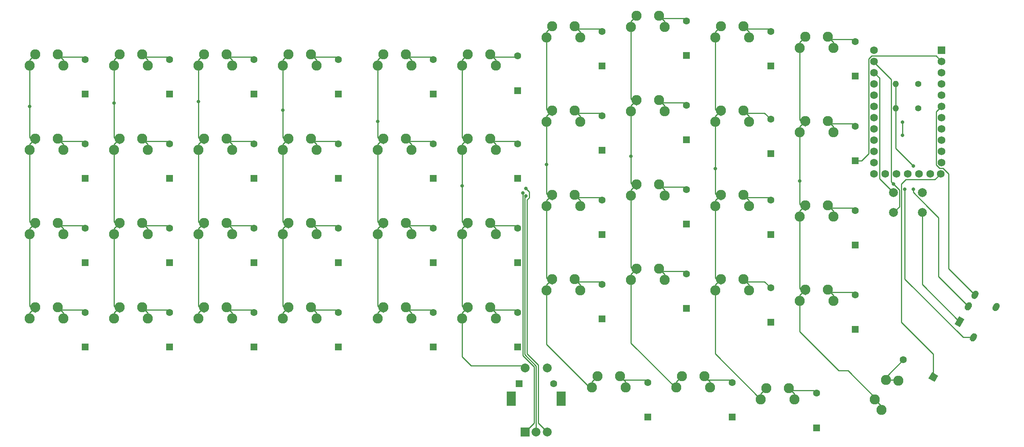
<source format=gbr>
%TF.GenerationSoftware,KiCad,Pcbnew,(5.1.9-0-10_14)*%
%TF.CreationDate,2021-04-25T18:41:16-05:00*%
%TF.ProjectId,wren-numpad,7772656e-2d6e-4756-9d70-61642e6b6963,rev?*%
%TF.SameCoordinates,Original*%
%TF.FileFunction,Copper,L1,Top*%
%TF.FilePolarity,Positive*%
%FSLAX46Y46*%
G04 Gerber Fmt 4.6, Leading zero omitted, Abs format (unit mm)*
G04 Created by KiCad (PCBNEW (5.1.9-0-10_14)) date 2021-04-25 18:41:16*
%MOMM*%
%LPD*%
G01*
G04 APERTURE LIST*
%TA.AperFunction,ComponentPad*%
%ADD10C,2.286000*%
%TD*%
%TA.AperFunction,ComponentPad*%
%ADD11C,1.752600*%
%TD*%
%TA.AperFunction,ComponentPad*%
%ADD12R,1.752600X1.752600*%
%TD*%
%TA.AperFunction,ComponentPad*%
%ADD13C,1.600000*%
%TD*%
%TA.AperFunction,ComponentPad*%
%ADD14R,1.600000X1.600000*%
%TD*%
%TA.AperFunction,ComponentPad*%
%ADD15O,1.400000X1.400000*%
%TD*%
%TA.AperFunction,ComponentPad*%
%ADD16C,1.400000*%
%TD*%
%TA.AperFunction,ComponentPad*%
%ADD17C,0.100000*%
%TD*%
%TA.AperFunction,ComponentPad*%
%ADD18C,2.000000*%
%TD*%
%TA.AperFunction,ComponentPad*%
%ADD19R,2.000000X3.200000*%
%TD*%
%TA.AperFunction,ComponentPad*%
%ADD20R,2.000000X2.000000*%
%TD*%
%TA.AperFunction,ViaPad*%
%ADD21C,0.800000*%
%TD*%
%TA.AperFunction,Conductor*%
%ADD22C,0.250000*%
%TD*%
G04 APERTURE END LIST*
D10*
%TO.P,MX21,1*%
%TO.N,COL0*%
X216852500Y-68103750D03*
%TO.P,MX21,2*%
%TO.N,Net-(D21-Pad2)*%
X223202500Y-65563750D03*
%TO.P,MX21,1*%
%TO.N,COL0*%
X218122500Y-65563750D03*
%TO.P,MX21,2*%
%TO.N,Net-(D21-Pad2)*%
X224472500Y-68103750D03*
%TD*%
%TO.P,MX41,1*%
%TO.N,COL0*%
X235379295Y-111789307D03*
%TO.P,MX41,2*%
%TO.N,Net-(D41-Pad2)*%
X236354591Y-105020045D03*
%TO.P,MX41,1*%
%TO.N,COL0*%
X233814591Y-109419455D03*
%TO.P,MX41,2*%
%TO.N,Net-(D41-Pad2)*%
X239189295Y-105190193D03*
%TD*%
%TO.P,MX10,1*%
%TO.N,COL9*%
X43021250Y-33972500D03*
%TO.P,MX10,2*%
%TO.N,Net-(D10-Pad2)*%
X49371250Y-31432500D03*
%TO.P,MX10,1*%
%TO.N,COL9*%
X44291250Y-31432500D03*
%TO.P,MX10,2*%
%TO.N,Net-(D10-Pad2)*%
X50641250Y-33972500D03*
%TD*%
%TO.P,MX15,1*%
%TO.N,COL4*%
X140652500Y-53022500D03*
%TO.P,MX15,2*%
%TO.N,Net-(D15-Pad2)*%
X147002500Y-50482500D03*
%TO.P,MX15,1*%
%TO.N,COL4*%
X141922500Y-50482500D03*
%TO.P,MX15,2*%
%TO.N,Net-(D15-Pad2)*%
X148272500Y-53022500D03*
%TD*%
%TO.P,MX44,1*%
%TO.N,COL3*%
X170015000Y-106711750D03*
%TO.P,MX44,2*%
%TO.N,Net-(D44-Pad2)*%
X176365000Y-104171750D03*
%TO.P,MX44,1*%
%TO.N,COL3*%
X171285000Y-104171750D03*
%TO.P,MX44,2*%
%TO.N,Net-(D44-Pad2)*%
X177635000Y-106711750D03*
%TD*%
%TO.P,MX43,1*%
%TO.N,COL2*%
X189065000Y-106711750D03*
%TO.P,MX43,2*%
%TO.N,Net-(D43-Pad2)*%
X195415000Y-104171750D03*
%TO.P,MX43,1*%
%TO.N,COL2*%
X190335000Y-104171750D03*
%TO.P,MX43,2*%
%TO.N,Net-(D43-Pad2)*%
X196685000Y-106711750D03*
%TD*%
%TO.P,MX42,1*%
%TO.N,COL1*%
X208115000Y-109378750D03*
%TO.P,MX42,2*%
%TO.N,Net-(D42-Pad2)*%
X214465000Y-106838750D03*
%TO.P,MX42,1*%
%TO.N,COL1*%
X209385000Y-106838750D03*
%TO.P,MX42,2*%
%TO.N,Net-(D42-Pad2)*%
X215735000Y-109378750D03*
%TD*%
%TO.P,MX40,1*%
%TO.N,COL9*%
X43021250Y-91122500D03*
%TO.P,MX40,2*%
%TO.N,Net-(D40-Pad2)*%
X49371250Y-88582500D03*
%TO.P,MX40,1*%
%TO.N,COL9*%
X44291250Y-88582500D03*
%TO.P,MX40,2*%
%TO.N,Net-(D40-Pad2)*%
X50641250Y-91122500D03*
%TD*%
%TO.P,MX39,1*%
%TO.N,COL8*%
X62071250Y-91122500D03*
%TO.P,MX39,2*%
%TO.N,Net-(D39-Pad2)*%
X68421250Y-88582500D03*
%TO.P,MX39,1*%
%TO.N,COL8*%
X63341250Y-88582500D03*
%TO.P,MX39,2*%
%TO.N,Net-(D39-Pad2)*%
X69691250Y-91122500D03*
%TD*%
%TO.P,MX38,1*%
%TO.N,COL7*%
X81121250Y-91122500D03*
%TO.P,MX38,2*%
%TO.N,Net-(D38-Pad2)*%
X87471250Y-88582500D03*
%TO.P,MX38,1*%
%TO.N,COL7*%
X82391250Y-88582500D03*
%TO.P,MX38,2*%
%TO.N,Net-(D38-Pad2)*%
X88741250Y-91122500D03*
%TD*%
%TO.P,MX37,1*%
%TO.N,COL6*%
X100171250Y-91122500D03*
%TO.P,MX37,2*%
%TO.N,Net-(D37-Pad2)*%
X106521250Y-88582500D03*
%TO.P,MX37,1*%
%TO.N,COL6*%
X101441250Y-88582500D03*
%TO.P,MX37,2*%
%TO.N,Net-(D37-Pad2)*%
X107791250Y-91122500D03*
%TD*%
%TO.P,MX36,1*%
%TO.N,COL5*%
X121602500Y-91122500D03*
%TO.P,MX36,2*%
%TO.N,Net-(D36-Pad2)*%
X127952500Y-88582500D03*
%TO.P,MX36,1*%
%TO.N,COL5*%
X122872500Y-88582500D03*
%TO.P,MX36,2*%
%TO.N,Net-(D36-Pad2)*%
X129222500Y-91122500D03*
%TD*%
%TO.P,MX35,1*%
%TO.N,COL4*%
X140652500Y-91122500D03*
%TO.P,MX35,2*%
%TO.N,Net-(D35-Pad2)*%
X147002500Y-88582500D03*
%TO.P,MX35,1*%
%TO.N,COL4*%
X141922500Y-88582500D03*
%TO.P,MX35,2*%
%TO.N,Net-(D35-Pad2)*%
X148272500Y-91122500D03*
%TD*%
%TO.P,MX34,1*%
%TO.N,COL3*%
X159702500Y-84772500D03*
%TO.P,MX34,2*%
%TO.N,Net-(D34-Pad2)*%
X166052500Y-82232500D03*
%TO.P,MX34,1*%
%TO.N,COL3*%
X160972500Y-82232500D03*
%TO.P,MX34,2*%
%TO.N,Net-(D34-Pad2)*%
X167322500Y-84772500D03*
%TD*%
%TO.P,MX33,1*%
%TO.N,COL2*%
X178752500Y-82391250D03*
%TO.P,MX33,2*%
%TO.N,Net-(D33-Pad2)*%
X185102500Y-79851250D03*
%TO.P,MX33,1*%
%TO.N,COL2*%
X180022500Y-79851250D03*
%TO.P,MX33,2*%
%TO.N,Net-(D33-Pad2)*%
X186372500Y-82391250D03*
%TD*%
%TO.P,MX32,1*%
%TO.N,COL1*%
X197802500Y-84772500D03*
%TO.P,MX32,2*%
%TO.N,Net-(D32-Pad2)*%
X204152500Y-82232500D03*
%TO.P,MX32,1*%
%TO.N,COL1*%
X199072500Y-82232500D03*
%TO.P,MX32,2*%
%TO.N,Net-(D32-Pad2)*%
X205422500Y-84772500D03*
%TD*%
%TO.P,MX31,1*%
%TO.N,COL0*%
X216852500Y-87153750D03*
%TO.P,MX31,2*%
%TO.N,Net-(D31-Pad2)*%
X223202500Y-84613750D03*
%TO.P,MX31,1*%
%TO.N,COL0*%
X218122500Y-84613750D03*
%TO.P,MX31,2*%
%TO.N,Net-(D31-Pad2)*%
X224472500Y-87153750D03*
%TD*%
%TO.P,MX30,1*%
%TO.N,COL9*%
X43021250Y-72072500D03*
%TO.P,MX30,2*%
%TO.N,Net-(D30-Pad2)*%
X49371250Y-69532500D03*
%TO.P,MX30,1*%
%TO.N,COL9*%
X44291250Y-69532500D03*
%TO.P,MX30,2*%
%TO.N,Net-(D30-Pad2)*%
X50641250Y-72072500D03*
%TD*%
%TO.P,MX29,1*%
%TO.N,COL8*%
X62071250Y-72072500D03*
%TO.P,MX29,2*%
%TO.N,Net-(D29-Pad2)*%
X68421250Y-69532500D03*
%TO.P,MX29,1*%
%TO.N,COL8*%
X63341250Y-69532500D03*
%TO.P,MX29,2*%
%TO.N,Net-(D29-Pad2)*%
X69691250Y-72072500D03*
%TD*%
%TO.P,MX28,1*%
%TO.N,COL7*%
X81121250Y-72072500D03*
%TO.P,MX28,2*%
%TO.N,Net-(D28-Pad2)*%
X87471250Y-69532500D03*
%TO.P,MX28,1*%
%TO.N,COL7*%
X82391250Y-69532500D03*
%TO.P,MX28,2*%
%TO.N,Net-(D28-Pad2)*%
X88741250Y-72072500D03*
%TD*%
%TO.P,MX27,1*%
%TO.N,COL6*%
X100171250Y-72072500D03*
%TO.P,MX27,2*%
%TO.N,Net-(D27-Pad2)*%
X106521250Y-69532500D03*
%TO.P,MX27,1*%
%TO.N,COL6*%
X101441250Y-69532500D03*
%TO.P,MX27,2*%
%TO.N,Net-(D27-Pad2)*%
X107791250Y-72072500D03*
%TD*%
%TO.P,MX26,1*%
%TO.N,COL5*%
X121602500Y-72072500D03*
%TO.P,MX26,2*%
%TO.N,Net-(D26-Pad2)*%
X127952500Y-69532500D03*
%TO.P,MX26,1*%
%TO.N,COL5*%
X122872500Y-69532500D03*
%TO.P,MX26,2*%
%TO.N,Net-(D26-Pad2)*%
X129222500Y-72072500D03*
%TD*%
%TO.P,MX25,1*%
%TO.N,COL4*%
X140652500Y-72072500D03*
%TO.P,MX25,2*%
%TO.N,Net-(D25-Pad2)*%
X147002500Y-69532500D03*
%TO.P,MX25,1*%
%TO.N,COL4*%
X141922500Y-69532500D03*
%TO.P,MX25,2*%
%TO.N,Net-(D25-Pad2)*%
X148272500Y-72072500D03*
%TD*%
%TO.P,MX24,1*%
%TO.N,COL3*%
X159702500Y-65722500D03*
%TO.P,MX24,2*%
%TO.N,Net-(D24-Pad2)*%
X166052500Y-63182500D03*
%TO.P,MX24,1*%
%TO.N,COL3*%
X160972500Y-63182500D03*
%TO.P,MX24,2*%
%TO.N,Net-(D24-Pad2)*%
X167322500Y-65722500D03*
%TD*%
%TO.P,MX23,1*%
%TO.N,COL2*%
X178752500Y-63341250D03*
%TO.P,MX23,2*%
%TO.N,Net-(D23-Pad2)*%
X185102500Y-60801250D03*
%TO.P,MX23,1*%
%TO.N,COL2*%
X180022500Y-60801250D03*
%TO.P,MX23,2*%
%TO.N,Net-(D23-Pad2)*%
X186372500Y-63341250D03*
%TD*%
%TO.P,MX22,1*%
%TO.N,COL1*%
X197802500Y-65722500D03*
%TO.P,MX22,2*%
%TO.N,Net-(D22-Pad2)*%
X204152500Y-63182500D03*
%TO.P,MX22,1*%
%TO.N,COL1*%
X199072500Y-63182500D03*
%TO.P,MX22,2*%
%TO.N,Net-(D22-Pad2)*%
X205422500Y-65722500D03*
%TD*%
%TO.P,MX20,1*%
%TO.N,COL9*%
X43021250Y-53022500D03*
%TO.P,MX20,2*%
%TO.N,Net-(D20-Pad2)*%
X49371250Y-50482500D03*
%TO.P,MX20,1*%
%TO.N,COL9*%
X44291250Y-50482500D03*
%TO.P,MX20,2*%
%TO.N,Net-(D20-Pad2)*%
X50641250Y-53022500D03*
%TD*%
%TO.P,MX19,1*%
%TO.N,COL8*%
X62071250Y-53022500D03*
%TO.P,MX19,2*%
%TO.N,Net-(D19-Pad2)*%
X68421250Y-50482500D03*
%TO.P,MX19,1*%
%TO.N,COL8*%
X63341250Y-50482500D03*
%TO.P,MX19,2*%
%TO.N,Net-(D19-Pad2)*%
X69691250Y-53022500D03*
%TD*%
%TO.P,MX18,1*%
%TO.N,COL7*%
X81121250Y-53022500D03*
%TO.P,MX18,2*%
%TO.N,Net-(D18-Pad2)*%
X87471250Y-50482500D03*
%TO.P,MX18,1*%
%TO.N,COL7*%
X82391250Y-50482500D03*
%TO.P,MX18,2*%
%TO.N,Net-(D18-Pad2)*%
X88741250Y-53022500D03*
%TD*%
%TO.P,MX17,1*%
%TO.N,COL6*%
X100171250Y-53022500D03*
%TO.P,MX17,2*%
%TO.N,Net-(D17-Pad2)*%
X106521250Y-50482500D03*
%TO.P,MX17,1*%
%TO.N,COL6*%
X101441250Y-50482500D03*
%TO.P,MX17,2*%
%TO.N,Net-(D17-Pad2)*%
X107791250Y-53022500D03*
%TD*%
%TO.P,MX16,1*%
%TO.N,COL5*%
X121602500Y-53022500D03*
%TO.P,MX16,2*%
%TO.N,Net-(D16-Pad2)*%
X127952500Y-50482500D03*
%TO.P,MX16,1*%
%TO.N,COL5*%
X122872500Y-50482500D03*
%TO.P,MX16,2*%
%TO.N,Net-(D16-Pad2)*%
X129222500Y-53022500D03*
%TD*%
%TO.P,MX14,1*%
%TO.N,COL3*%
X159702500Y-46672500D03*
%TO.P,MX14,2*%
%TO.N,Net-(D14-Pad2)*%
X166052500Y-44132500D03*
%TO.P,MX14,1*%
%TO.N,COL3*%
X160972500Y-44132500D03*
%TO.P,MX14,2*%
%TO.N,Net-(D14-Pad2)*%
X167322500Y-46672500D03*
%TD*%
%TO.P,MX13,1*%
%TO.N,COL2*%
X178752500Y-44291250D03*
%TO.P,MX13,2*%
%TO.N,Net-(D13-Pad2)*%
X185102500Y-41751250D03*
%TO.P,MX13,1*%
%TO.N,COL2*%
X180022500Y-41751250D03*
%TO.P,MX13,2*%
%TO.N,Net-(D13-Pad2)*%
X186372500Y-44291250D03*
%TD*%
%TO.P,MX12,1*%
%TO.N,COL1*%
X197802500Y-46672500D03*
%TO.P,MX12,2*%
%TO.N,Net-(D12-Pad2)*%
X204152500Y-44132500D03*
%TO.P,MX12,1*%
%TO.N,COL1*%
X199072500Y-44132500D03*
%TO.P,MX12,2*%
%TO.N,Net-(D12-Pad2)*%
X205422500Y-46672500D03*
%TD*%
%TO.P,MX11,1*%
%TO.N,COL0*%
X216852500Y-49053750D03*
%TO.P,MX11,2*%
%TO.N,Net-(D11-Pad2)*%
X223202500Y-46513750D03*
%TO.P,MX11,1*%
%TO.N,COL0*%
X218122500Y-46513750D03*
%TO.P,MX11,2*%
%TO.N,Net-(D11-Pad2)*%
X224472500Y-49053750D03*
%TD*%
%TO.P,MX9,1*%
%TO.N,COL8*%
X62071250Y-33972500D03*
%TO.P,MX9,2*%
%TO.N,Net-(D9-Pad2)*%
X68421250Y-31432500D03*
%TO.P,MX9,1*%
%TO.N,COL8*%
X63341250Y-31432500D03*
%TO.P,MX9,2*%
%TO.N,Net-(D9-Pad2)*%
X69691250Y-33972500D03*
%TD*%
%TO.P,MX8,1*%
%TO.N,COL7*%
X81121250Y-33972500D03*
%TO.P,MX8,2*%
%TO.N,Net-(D8-Pad2)*%
X87471250Y-31432500D03*
%TO.P,MX8,1*%
%TO.N,COL7*%
X82391250Y-31432500D03*
%TO.P,MX8,2*%
%TO.N,Net-(D8-Pad2)*%
X88741250Y-33972500D03*
%TD*%
%TO.P,MX7,1*%
%TO.N,COL6*%
X100171250Y-33972500D03*
%TO.P,MX7,2*%
%TO.N,Net-(D7-Pad2)*%
X106521250Y-31432500D03*
%TO.P,MX7,1*%
%TO.N,COL6*%
X101441250Y-31432500D03*
%TO.P,MX7,2*%
%TO.N,Net-(D7-Pad2)*%
X107791250Y-33972500D03*
%TD*%
%TO.P,MX6,1*%
%TO.N,COL5*%
X121602500Y-33972500D03*
%TO.P,MX6,2*%
%TO.N,Net-(D6-Pad2)*%
X127952500Y-31432500D03*
%TO.P,MX6,1*%
%TO.N,COL5*%
X122872500Y-31432500D03*
%TO.P,MX6,2*%
%TO.N,Net-(D6-Pad2)*%
X129222500Y-33972500D03*
%TD*%
%TO.P,MX5,1*%
%TO.N,COL4*%
X140652500Y-33972500D03*
%TO.P,MX5,2*%
%TO.N,Net-(D5-Pad2)*%
X147002500Y-31432500D03*
%TO.P,MX5,1*%
%TO.N,COL4*%
X141922500Y-31432500D03*
%TO.P,MX5,2*%
%TO.N,Net-(D5-Pad2)*%
X148272500Y-33972500D03*
%TD*%
%TO.P,MX4,1*%
%TO.N,COL3*%
X159702500Y-27622500D03*
%TO.P,MX4,2*%
%TO.N,Net-(D4-Pad2)*%
X166052500Y-25082500D03*
%TO.P,MX4,1*%
%TO.N,COL3*%
X160972500Y-25082500D03*
%TO.P,MX4,2*%
%TO.N,Net-(D4-Pad2)*%
X167322500Y-27622500D03*
%TD*%
%TO.P,MX3,1*%
%TO.N,COL2*%
X178752500Y-25241250D03*
%TO.P,MX3,2*%
%TO.N,Net-(D3-Pad2)*%
X185102500Y-22701250D03*
%TO.P,MX3,1*%
%TO.N,COL2*%
X180022500Y-22701250D03*
%TO.P,MX3,2*%
%TO.N,Net-(D3-Pad2)*%
X186372500Y-25241250D03*
%TD*%
%TO.P,MX2,1*%
%TO.N,COL1*%
X197802500Y-27622500D03*
%TO.P,MX2,2*%
%TO.N,Net-(D2-Pad2)*%
X204152500Y-25082500D03*
%TO.P,MX2,1*%
%TO.N,COL1*%
X199072500Y-25082500D03*
%TO.P,MX2,2*%
%TO.N,Net-(D2-Pad2)*%
X205422500Y-27622500D03*
%TD*%
%TO.P,MX1,1*%
%TO.N,COL0*%
X216852500Y-30003750D03*
%TO.P,MX1,2*%
%TO.N,Net-(D1-Pad2)*%
X223202500Y-27463750D03*
%TO.P,MX1,1*%
%TO.N,COL0*%
X218122500Y-27463750D03*
%TO.P,MX1,2*%
%TO.N,Net-(D1-Pad2)*%
X224472500Y-30003750D03*
%TD*%
D11*
%TO.P,U1,25*%
%TO.N,Net-(U1-Pad25)*%
X246380000Y-58420000D03*
%TO.P,U1,26*%
%TO.N,Net-(U1-Pad26)*%
X243840000Y-58420000D03*
%TO.P,U1,27*%
%TO.N,Net-(U1-Pad27)*%
X241300000Y-58420000D03*
%TO.P,U1,28*%
%TO.N,RIGHT*%
X238760000Y-58420000D03*
%TO.P,U1,29*%
%TO.N,LEFT*%
X236220000Y-58420000D03*
%TO.P,U1,24*%
%TO.N,Net-(U1-Pad24)*%
X233680000Y-30480000D03*
%TO.P,U1,12*%
%TO.N,ROW4*%
X248691400Y-58420000D03*
%TO.P,U1,23*%
%TO.N,GND*%
X233680000Y-33020000D03*
%TO.P,U1,22*%
%TO.N,Net-(SW0-Pad1)*%
X233680000Y-35560000D03*
%TO.P,U1,21*%
%TO.N,VCC*%
X233680000Y-38100000D03*
%TO.P,U1,20*%
%TO.N,COL7*%
X233680000Y-40640000D03*
%TO.P,U1,19*%
%TO.N,COL6*%
X233680000Y-43180000D03*
%TO.P,U1,18*%
%TO.N,COL5*%
X233680000Y-45720000D03*
%TO.P,U1,17*%
%TO.N,COL4*%
X233680000Y-48260000D03*
%TO.P,U1,16*%
%TO.N,COL3*%
X233680000Y-50800000D03*
%TO.P,U1,15*%
%TO.N,COL2*%
X233680000Y-53340000D03*
%TO.P,U1,14*%
%TO.N,COL1*%
X233680000Y-55880000D03*
%TO.P,U1,13*%
%TO.N,COL0*%
X233680000Y-58420000D03*
%TO.P,U1,11*%
%TO.N,Net-(U1-Pad11)*%
X248920000Y-55880000D03*
%TO.P,U1,10*%
%TO.N,COL9*%
X248920000Y-53340000D03*
%TO.P,U1,9*%
%TO.N,COL8*%
X248920000Y-50800000D03*
%TO.P,U1,8*%
%TO.N,ROW2*%
X248920000Y-48260000D03*
%TO.P,U1,7*%
%TO.N,ROW3*%
X248920000Y-45720000D03*
%TO.P,U1,6*%
%TO.N,SCL*%
X248920000Y-43180000D03*
%TO.P,U1,5*%
%TO.N,SDA*%
X248920000Y-40640000D03*
%TO.P,U1,4*%
%TO.N,Net-(U1-Pad4)*%
X248920000Y-38100000D03*
%TO.P,U1,3*%
%TO.N,Net-(U1-Pad3)*%
X248920000Y-35560000D03*
%TO.P,U1,2*%
%TO.N,ROW1*%
X248920000Y-33020000D03*
D12*
%TO.P,U1,1*%
%TO.N,ROW0*%
X248920000Y-30480000D03*
%TD*%
D13*
%TO.P,D43,2*%
%TO.N,Net-(D43-Pad2)*%
X201609500Y-105637500D03*
D14*
%TO.P,D43,1*%
%TO.N,ROW4*%
X201609500Y-113437500D03*
%TD*%
D15*
%TO.P,R2,2*%
%TO.N,VCC*%
X238585000Y-43656250D03*
D16*
%TO.P,R2,1*%
%TO.N,SCL*%
X243665000Y-43656250D03*
%TD*%
D15*
%TO.P,R1,2*%
%TO.N,VCC*%
X238585000Y-38100000D03*
D16*
%TO.P,R1,1*%
%TO.N,SDA*%
X243665000Y-38100000D03*
%TD*%
D13*
%TO.P,D45,2*%
%TO.N,ENC1-IN*%
X161342000Y-105822750D03*
D14*
%TO.P,D45,1*%
%TO.N,ROW4*%
X153542000Y-105822750D03*
%TD*%
D13*
%TO.P,D44,2*%
%TO.N,Net-(D44-Pad2)*%
X182562500Y-105637500D03*
D14*
%TO.P,D44,1*%
%TO.N,ROW4*%
X182562500Y-113437500D03*
%TD*%
D13*
%TO.P,D42,2*%
%TO.N,Net-(D42-Pad2)*%
X220653500Y-108018750D03*
D14*
%TO.P,D42,1*%
%TO.N,ROW4*%
X220653500Y-115818750D03*
%TD*%
D13*
%TO.P,D41,2*%
%TO.N,Net-(D41-Pad2)*%
X240290501Y-100443750D03*
%TA.AperFunction,ComponentPad*%
D17*
%TO.P,D41,1*%
%TO.N,ROW4*%
G36*
X248138319Y-104050930D02*
G01*
X247338319Y-105436570D01*
X245952679Y-104636570D01*
X246752679Y-103250930D01*
X248138319Y-104050930D01*
G37*
%TD.AperFunction*%
%TD*%
D13*
%TO.P,D40,2*%
%TO.N,Net-(D40-Pad2)*%
X55605500Y-89762500D03*
D14*
%TO.P,D40,1*%
%TO.N,ROW3*%
X55605500Y-97562500D03*
%TD*%
D13*
%TO.P,D39,2*%
%TO.N,Net-(D39-Pad2)*%
X74649500Y-89762500D03*
D14*
%TO.P,D39,1*%
%TO.N,ROW3*%
X74649500Y-97562500D03*
%TD*%
D13*
%TO.P,D38,2*%
%TO.N,Net-(D38-Pad2)*%
X93693500Y-89750000D03*
D14*
%TO.P,D38,1*%
%TO.N,ROW3*%
X93693500Y-97550000D03*
%TD*%
D13*
%TO.P,D37,2*%
%TO.N,Net-(D37-Pad2)*%
X112737500Y-89762500D03*
D14*
%TO.P,D37,1*%
%TO.N,ROW3*%
X112737500Y-97562500D03*
%TD*%
D13*
%TO.P,D36,2*%
%TO.N,Net-(D36-Pad2)*%
X134162000Y-89762500D03*
D14*
%TO.P,D36,1*%
%TO.N,ROW3*%
X134162000Y-97562500D03*
%TD*%
D13*
%TO.P,D35,2*%
%TO.N,Net-(D35-Pad2)*%
X153206000Y-89762500D03*
D14*
%TO.P,D35,1*%
%TO.N,ROW3*%
X153206000Y-97562500D03*
%TD*%
D13*
%TO.P,D34,2*%
%TO.N,Net-(D34-Pad2)*%
X172250000Y-83412500D03*
D14*
%TO.P,D34,1*%
%TO.N,ROW3*%
X172250000Y-91212500D03*
%TD*%
D13*
%TO.P,D33,2*%
%TO.N,Net-(D33-Pad2)*%
X191294000Y-81031250D03*
D14*
%TO.P,D33,1*%
%TO.N,ROW3*%
X191294000Y-88831250D03*
%TD*%
D13*
%TO.P,D32,2*%
%TO.N,Net-(D32-Pad2)*%
X210338000Y-84206250D03*
D14*
%TO.P,D32,1*%
%TO.N,ROW3*%
X210338000Y-92006250D03*
%TD*%
D13*
%TO.P,D31,2*%
%TO.N,Net-(D31-Pad2)*%
X229382000Y-85793750D03*
D14*
%TO.P,D31,1*%
%TO.N,ROW3*%
X229382000Y-93593750D03*
%TD*%
D13*
%TO.P,D30,2*%
%TO.N,Net-(D30-Pad2)*%
X55605500Y-70712500D03*
D14*
%TO.P,D30,1*%
%TO.N,ROW2*%
X55605500Y-78512500D03*
%TD*%
D13*
%TO.P,D29,2*%
%TO.N,Net-(D29-Pad2)*%
X74649500Y-70712500D03*
D14*
%TO.P,D29,1*%
%TO.N,ROW2*%
X74649500Y-78512500D03*
%TD*%
D13*
%TO.P,D28,2*%
%TO.N,Net-(D28-Pad2)*%
X93693500Y-70712500D03*
D14*
%TO.P,D28,1*%
%TO.N,ROW2*%
X93693500Y-78512500D03*
%TD*%
D13*
%TO.P,D27,2*%
%TO.N,Net-(D27-Pad2)*%
X112737500Y-70712500D03*
D14*
%TO.P,D27,1*%
%TO.N,ROW2*%
X112737500Y-78512500D03*
%TD*%
D13*
%TO.P,D26,2*%
%TO.N,Net-(D26-Pad2)*%
X134162000Y-70712500D03*
D14*
%TO.P,D26,1*%
%TO.N,ROW2*%
X134162000Y-78512500D03*
%TD*%
D13*
%TO.P,D25,2*%
%TO.N,Net-(D25-Pad2)*%
X153206000Y-70712500D03*
D14*
%TO.P,D25,1*%
%TO.N,ROW2*%
X153206000Y-78512500D03*
%TD*%
D13*
%TO.P,D24,2*%
%TO.N,Net-(D24-Pad2)*%
X172250000Y-64362500D03*
D14*
%TO.P,D24,1*%
%TO.N,ROW2*%
X172250000Y-72162500D03*
%TD*%
D13*
%TO.P,D23,2*%
%TO.N,Net-(D23-Pad2)*%
X191294000Y-61981250D03*
D14*
%TO.P,D23,1*%
%TO.N,ROW2*%
X191294000Y-69781250D03*
%TD*%
D13*
%TO.P,D22,2*%
%TO.N,Net-(D22-Pad2)*%
X210338000Y-64362500D03*
D14*
%TO.P,D22,1*%
%TO.N,ROW2*%
X210338000Y-72162500D03*
%TD*%
D13*
%TO.P,D21,2*%
%TO.N,Net-(D21-Pad2)*%
X229382000Y-66743750D03*
D14*
%TO.P,D21,1*%
%TO.N,ROW2*%
X229382000Y-74543750D03*
%TD*%
D13*
%TO.P,D20,2*%
%TO.N,Net-(D20-Pad2)*%
X55605500Y-51662500D03*
D14*
%TO.P,D20,1*%
%TO.N,ROW1*%
X55605500Y-59462500D03*
%TD*%
D13*
%TO.P,D19,2*%
%TO.N,Net-(D19-Pad2)*%
X74649500Y-51662500D03*
D14*
%TO.P,D19,1*%
%TO.N,ROW1*%
X74649500Y-59462500D03*
%TD*%
D13*
%TO.P,D18,2*%
%TO.N,Net-(D18-Pad2)*%
X93693500Y-51662500D03*
D14*
%TO.P,D18,1*%
%TO.N,ROW1*%
X93693500Y-59462500D03*
%TD*%
D13*
%TO.P,D17,2*%
%TO.N,Net-(D17-Pad2)*%
X112737500Y-51662500D03*
D14*
%TO.P,D17,1*%
%TO.N,ROW1*%
X112737500Y-59462500D03*
%TD*%
D13*
%TO.P,D16,2*%
%TO.N,Net-(D16-Pad2)*%
X134162000Y-51662500D03*
D14*
%TO.P,D16,1*%
%TO.N,ROW1*%
X134162000Y-59462500D03*
%TD*%
D13*
%TO.P,D15,2*%
%TO.N,Net-(D15-Pad2)*%
X153206000Y-51662500D03*
D14*
%TO.P,D15,1*%
%TO.N,ROW1*%
X153206000Y-59462500D03*
%TD*%
D13*
%TO.P,D14,2*%
%TO.N,Net-(D14-Pad2)*%
X172250000Y-45312500D03*
D14*
%TO.P,D14,1*%
%TO.N,ROW1*%
X172250000Y-53112500D03*
%TD*%
D13*
%TO.P,D13,2*%
%TO.N,Net-(D13-Pad2)*%
X191294000Y-42931250D03*
D14*
%TO.P,D13,1*%
%TO.N,ROW1*%
X191294000Y-50731250D03*
%TD*%
D13*
%TO.P,D12,2*%
%TO.N,Net-(D12-Pad2)*%
X210338000Y-46106250D03*
D14*
%TO.P,D12,1*%
%TO.N,ROW1*%
X210338000Y-53906250D03*
%TD*%
D13*
%TO.P,D11,2*%
%TO.N,Net-(D11-Pad2)*%
X229382000Y-47693750D03*
D14*
%TO.P,D11,1*%
%TO.N,ROW1*%
X229382000Y-55493750D03*
%TD*%
D13*
%TO.P,D10,2*%
%TO.N,Net-(D10-Pad2)*%
X55605500Y-32612500D03*
D14*
%TO.P,D10,1*%
%TO.N,ROW0*%
X55605500Y-40412500D03*
%TD*%
D13*
%TO.P,D9,2*%
%TO.N,Net-(D9-Pad2)*%
X74649500Y-32612500D03*
D14*
%TO.P,D9,1*%
%TO.N,ROW0*%
X74649500Y-40412500D03*
%TD*%
D13*
%TO.P,D8,2*%
%TO.N,Net-(D8-Pad2)*%
X93693500Y-32612500D03*
D14*
%TO.P,D8,1*%
%TO.N,ROW0*%
X93693500Y-40412500D03*
%TD*%
D13*
%TO.P,D7,2*%
%TO.N,Net-(D7-Pad2)*%
X112737500Y-32612500D03*
D14*
%TO.P,D7,1*%
%TO.N,ROW0*%
X112737500Y-40412500D03*
%TD*%
D13*
%TO.P,D6,2*%
%TO.N,Net-(D6-Pad2)*%
X134162000Y-32612500D03*
D14*
%TO.P,D6,1*%
%TO.N,ROW0*%
X134162000Y-40412500D03*
%TD*%
D13*
%TO.P,D5,2*%
%TO.N,Net-(D5-Pad2)*%
X153206000Y-31818750D03*
D14*
%TO.P,D5,1*%
%TO.N,ROW0*%
X153206000Y-39618750D03*
%TD*%
D13*
%TO.P,D4,2*%
%TO.N,Net-(D4-Pad2)*%
X172250000Y-26262500D03*
D14*
%TO.P,D4,1*%
%TO.N,ROW0*%
X172250000Y-34062500D03*
%TD*%
D13*
%TO.P,D3,2*%
%TO.N,Net-(D3-Pad2)*%
X191294000Y-23881250D03*
D14*
%TO.P,D3,1*%
%TO.N,ROW0*%
X191294000Y-31681250D03*
%TD*%
D13*
%TO.P,D2,2*%
%TO.N,Net-(D2-Pad2)*%
X210338000Y-26262500D03*
D14*
%TO.P,D2,1*%
%TO.N,ROW0*%
X210338000Y-34062500D03*
%TD*%
D13*
%TO.P,D1,2*%
%TO.N,Net-(D1-Pad2)*%
X229382000Y-28581250D03*
D14*
%TO.P,D1,1*%
%TO.N,ROW0*%
X229382000Y-36381250D03*
%TD*%
D18*
%TO.P,ENC1,S1*%
%TO.N,ENC1-IN*%
X159902000Y-102266750D03*
%TO.P,ENC1,S2*%
%TO.N,COL4*%
X154902000Y-102266750D03*
D19*
%TO.P,ENC1,MP*%
%TO.N,N/C*%
X163002000Y-109266750D03*
X151802000Y-109266750D03*
D18*
%TO.P,ENC1,B*%
%TO.N,RIGHT*%
X159902000Y-116766750D03*
%TO.P,ENC1,C*%
%TO.N,GND*%
X157402000Y-116766750D03*
D20*
%TO.P,ENC1,A*%
%TO.N,LEFT*%
X154902000Y-116766750D03*
%TD*%
D18*
%TO.P,SW0,1*%
%TO.N,Net-(SW0-Pad1)*%
X244561500Y-62706250D03*
%TO.P,SW0,2*%
%TO.N,GND*%
X244561500Y-67206250D03*
%TO.P,SW0,1*%
%TO.N,Net-(SW0-Pad1)*%
X238061500Y-62706250D03*
%TO.P,SW0,2*%
%TO.N,GND*%
X238061500Y-67206250D03*
%TD*%
%TO.P,J1,R2*%
%TO.N,SCL*%
%TA.AperFunction,ComponentPad*%
G36*
G01*
X256946000Y-84924546D02*
X256946000Y-84924546D01*
G75*
G02*
X257202218Y-85880764I-350000J-606218D01*
G01*
X256902218Y-86400380D01*
G75*
G02*
X255946000Y-86656598I-606218J350000D01*
G01*
X255946000Y-86656598D01*
G75*
G02*
X255689782Y-85700380I350000J606218D01*
G01*
X255989782Y-85180764D01*
G75*
G02*
X256946000Y-84924546I606218J-350000D01*
G01*
G37*
%TD.AperFunction*%
%TO.P,J1,R1*%
%TO.N,VCC*%
%TA.AperFunction,ComponentPad*%
G36*
G01*
X255446000Y-87522622D02*
X255446000Y-87522622D01*
G75*
G02*
X255702218Y-88478840I-350000J-606218D01*
G01*
X255402218Y-88998456D01*
G75*
G02*
X254446000Y-89254674I-606218J350000D01*
G01*
X254446000Y-89254674D01*
G75*
G02*
X254189782Y-88298456I350000J606218D01*
G01*
X254489782Y-87778840D01*
G75*
G02*
X255446000Y-87522622I606218J-350000D01*
G01*
G37*
%TD.AperFunction*%
%TA.AperFunction,ComponentPad*%
D17*
%TO.P,J1,T*%
%TO.N,GND*%
G36*
X252839782Y-90636725D02*
G01*
X254052218Y-91336725D01*
X253052218Y-93068775D01*
X251839782Y-92368775D01*
X252839782Y-90636725D01*
G37*
%TD.AperFunction*%
%TO.P,J1,S*%
%TO.N,SDA*%
%TA.AperFunction,ComponentPad*%
G36*
G01*
X256593114Y-94535762D02*
X256593114Y-94535762D01*
G75*
G02*
X256849332Y-95491980I-350000J-606218D01*
G01*
X256549332Y-96011596D01*
G75*
G02*
X255593114Y-96267814I-606218J350000D01*
G01*
X255593114Y-96267814D01*
G75*
G02*
X255336896Y-95311596I350000J606218D01*
G01*
X255636896Y-94791980D01*
G75*
G02*
X256593114Y-94535762I606218J-350000D01*
G01*
G37*
%TD.AperFunction*%
%TO.P,J1,*%
%TO.N,*%
%TA.AperFunction,ComponentPad*%
G36*
G01*
X261709140Y-87674546D02*
X261709140Y-87674546D01*
G75*
G02*
X261965358Y-88630764I-350000J-606218D01*
G01*
X261665358Y-89150380D01*
G75*
G02*
X260709140Y-89406598I-606218J350000D01*
G01*
X260709140Y-89406598D01*
G75*
G02*
X260452922Y-88450380I350000J606218D01*
G01*
X260752922Y-87930764D01*
G75*
G02*
X261709140Y-87674546I606218J-350000D01*
G01*
G37*
%TD.AperFunction*%
%TD*%
D21*
%TO.N,COL0*%
X216852500Y-60026279D03*
%TO.N,COL1*%
X197802500Y-57283250D03*
%TO.N,COL2*%
X178752500Y-54489250D03*
%TO.N,COL3*%
X159702500Y-56318250D03*
%TO.N,COL4*%
X140652500Y-61144250D03*
%TO.N,COL5*%
X121602500Y-46615250D03*
%TO.N,COL6*%
X100171250Y-44045011D03*
%TO.N,COL7*%
X81121250Y-42075000D03*
%TO.N,COL8*%
X62071250Y-42456000D03*
%TO.N,COL9*%
X43021250Y-43205500D03*
%TO.N,VCC*%
X242532000Y-56673750D03*
X242532000Y-61880750D03*
%TO.N,SDA*%
X240119000Y-46767750D03*
X240119000Y-49688750D03*
X240627000Y-61880750D03*
%TO.N,GND*%
X238070501Y-60754249D03*
X155119000Y-63476858D03*
%TO.N,LEFT*%
X154394000Y-62769750D03*
%TO.N,RIGHT*%
X155119000Y-61753750D03*
%TD*%
D22*
%TO.N,Net-(D1-Pad2)*%
X228844500Y-28043750D02*
X229382000Y-28581250D01*
X223162500Y-28043750D02*
X228844500Y-28043750D01*
X224472500Y-28733750D02*
X224472500Y-30003750D01*
X223202500Y-27463750D02*
X224472500Y-28733750D01*
%TO.N,Net-(D2-Pad2)*%
X209738000Y-25662500D02*
X210338000Y-26262500D01*
X204112500Y-25662500D02*
X209738000Y-25662500D01*
X205422500Y-26352500D02*
X205422500Y-27622500D01*
X204152500Y-25082500D02*
X205422500Y-26352500D01*
%TO.N,Net-(D3-Pad2)*%
X190694000Y-23281250D02*
X191294000Y-23881250D01*
X185062500Y-23281250D02*
X190694000Y-23281250D01*
X186372500Y-23971250D02*
X186372500Y-25241250D01*
X185102500Y-22701250D02*
X186372500Y-23971250D01*
%TO.N,Net-(D4-Pad2)*%
X171650000Y-25662500D02*
X172250000Y-26262500D01*
X166012500Y-25662500D02*
X171650000Y-25662500D01*
X167322500Y-26352500D02*
X167322500Y-27622500D01*
X166052500Y-25082500D02*
X167322500Y-26352500D01*
%TO.N,Net-(D5-Pad2)*%
X146962500Y-32012500D02*
X152606000Y-32012500D01*
X148272500Y-32702500D02*
X148272500Y-33972500D01*
X147002500Y-31432500D02*
X148272500Y-32702500D01*
%TO.N,Net-(D6-Pad2)*%
X133562000Y-32012500D02*
X134162000Y-32612500D01*
X127912500Y-32012500D02*
X133562000Y-32012500D01*
X129222500Y-32702500D02*
X129222500Y-33972500D01*
X127952500Y-31432500D02*
X129222500Y-32702500D01*
%TO.N,Net-(D7-Pad2)*%
X112137500Y-32012500D02*
X112737500Y-32612500D01*
X106481250Y-32012500D02*
X112137500Y-32012500D01*
X107791250Y-32702500D02*
X107791250Y-33972500D01*
X106521250Y-31432500D02*
X107791250Y-32702500D01*
%TO.N,Net-(D8-Pad2)*%
X93093500Y-32012500D02*
X93693500Y-32612500D01*
X87431250Y-32012500D02*
X93093500Y-32012500D01*
X88741250Y-32702500D02*
X88741250Y-33972500D01*
X87471250Y-31432500D02*
X88741250Y-32702500D01*
%TO.N,Net-(D9-Pad2)*%
X74049500Y-32012500D02*
X74649500Y-32612500D01*
X68381250Y-32012500D02*
X74049500Y-32012500D01*
X69691250Y-32702500D02*
X69691250Y-33972500D01*
X68421250Y-31432500D02*
X69691250Y-32702500D01*
%TO.N,Net-(D10-Pad2)*%
X55005500Y-32012500D02*
X55605500Y-32612500D01*
X49331250Y-32012500D02*
X55005500Y-32012500D01*
X50641250Y-32702500D02*
X50641250Y-33972500D01*
X49371250Y-31432500D02*
X50641250Y-32702500D01*
%TO.N,Net-(D11-Pad2)*%
X228782000Y-47093750D02*
X229382000Y-47693750D01*
X223162500Y-47093750D02*
X228782000Y-47093750D01*
X224472500Y-47783750D02*
X224472500Y-49053750D01*
X223202500Y-46513750D02*
X224472500Y-47783750D01*
%TO.N,ROW1*%
X229382000Y-55493750D02*
X230885000Y-55493750D01*
X230885000Y-55493750D02*
X232478699Y-53900051D01*
X233103375Y-31818699D02*
X247718699Y-31818699D01*
X247718699Y-31818699D02*
X248920000Y-33020000D01*
X232478699Y-32443375D02*
X233103375Y-31818699D01*
X232478699Y-53900051D02*
X232478699Y-32443375D01*
%TO.N,Net-(D12-Pad2)*%
X208944250Y-44712500D02*
X210338000Y-46106250D01*
X204112500Y-44712500D02*
X208944250Y-44712500D01*
X205422500Y-45402500D02*
X205422500Y-46672500D01*
X204152500Y-44132500D02*
X205422500Y-45402500D01*
%TO.N,Net-(D13-Pad2)*%
X190694000Y-42331250D02*
X191294000Y-42931250D01*
X185062500Y-42331250D02*
X190694000Y-42331250D01*
X186372500Y-43021250D02*
X186372500Y-44291250D01*
X185102500Y-41751250D02*
X186372500Y-43021250D01*
%TO.N,Net-(D14-Pad2)*%
X171650000Y-44712500D02*
X172250000Y-45312500D01*
X166012500Y-44712500D02*
X171650000Y-44712500D01*
X167322500Y-45402500D02*
X167322500Y-46672500D01*
X166052500Y-44132500D02*
X167322500Y-45402500D01*
%TO.N,Net-(D15-Pad2)*%
X152606000Y-51062500D02*
X153206000Y-51662500D01*
X146962500Y-51062500D02*
X152606000Y-51062500D01*
X148272500Y-51752500D02*
X148272500Y-53022500D01*
X147002500Y-50482500D02*
X148272500Y-51752500D01*
%TO.N,Net-(D16-Pad2)*%
X133562000Y-51062500D02*
X134162000Y-51662500D01*
X127912500Y-51062500D02*
X133562000Y-51062500D01*
X129222500Y-51752500D02*
X129222500Y-53022500D01*
X127952500Y-50482500D02*
X129222500Y-51752500D01*
%TO.N,Net-(D17-Pad2)*%
X112137500Y-51062500D02*
X112737500Y-51662500D01*
X106481250Y-51062500D02*
X112137500Y-51062500D01*
X107791250Y-51752500D02*
X107791250Y-53022500D01*
X106521250Y-50482500D02*
X107791250Y-51752500D01*
%TO.N,Net-(D18-Pad2)*%
X93093500Y-51062500D02*
X93693500Y-51662500D01*
X87431250Y-51062500D02*
X93093500Y-51062500D01*
X88741250Y-51752500D02*
X88741250Y-53022500D01*
X87471250Y-50482500D02*
X88741250Y-51752500D01*
%TO.N,Net-(D19-Pad2)*%
X74049500Y-51062500D02*
X74649500Y-51662500D01*
X68381250Y-51062500D02*
X74049500Y-51062500D01*
X69691250Y-51752500D02*
X69691250Y-53022500D01*
X68421250Y-50482500D02*
X69691250Y-51752500D01*
%TO.N,Net-(D20-Pad2)*%
X55005500Y-51062500D02*
X55605500Y-51662500D01*
X49331250Y-51062500D02*
X55005500Y-51062500D01*
X50641250Y-51752500D02*
X50641250Y-53022500D01*
X49371250Y-50482500D02*
X50641250Y-51752500D01*
%TO.N,Net-(D21-Pad2)*%
X228782000Y-66143750D02*
X229382000Y-66743750D01*
X223162500Y-66143750D02*
X228782000Y-66143750D01*
X224472500Y-66833750D02*
X224472500Y-68103750D01*
X223202500Y-65563750D02*
X224472500Y-66833750D01*
%TO.N,Net-(D22-Pad2)*%
X209738000Y-63762500D02*
X210338000Y-64362500D01*
X204112500Y-63762500D02*
X209738000Y-63762500D01*
X205422500Y-64452500D02*
X205422500Y-65722500D01*
X204152500Y-63182500D02*
X205422500Y-64452500D01*
%TO.N,Net-(D23-Pad2)*%
X190694000Y-61381250D02*
X191294000Y-61981250D01*
X185062500Y-61381250D02*
X190694000Y-61381250D01*
X186372500Y-62071250D02*
X186372500Y-63341250D01*
X185102500Y-60801250D02*
X186372500Y-62071250D01*
%TO.N,Net-(D24-Pad2)*%
X171650000Y-63762500D02*
X172250000Y-64362500D01*
X166012500Y-63762500D02*
X171650000Y-63762500D01*
X167322500Y-64452500D02*
X167322500Y-65722500D01*
X166052500Y-63182500D02*
X167322500Y-64452500D01*
%TO.N,Net-(D25-Pad2)*%
X152606000Y-70112500D02*
X153206000Y-70712500D01*
X146962500Y-70112500D02*
X152606000Y-70112500D01*
X148272500Y-70802500D02*
X148272500Y-72072500D01*
X147002500Y-69532500D02*
X148272500Y-70802500D01*
%TO.N,Net-(D26-Pad2)*%
X133562000Y-70112500D02*
X134162000Y-70712500D01*
X127912500Y-70112500D02*
X133562000Y-70112500D01*
X129222500Y-70802500D02*
X129222500Y-72072500D01*
X127952500Y-69532500D02*
X129222500Y-70802500D01*
%TO.N,Net-(D27-Pad2)*%
X112137500Y-70112500D02*
X112737500Y-70712500D01*
X106481250Y-70112500D02*
X112137500Y-70112500D01*
X107791250Y-70802500D02*
X107791250Y-72072500D01*
X106521250Y-69532500D02*
X107791250Y-70802500D01*
%TO.N,Net-(D28-Pad2)*%
X93093500Y-70112500D02*
X93693500Y-70712500D01*
X87431250Y-70112500D02*
X93093500Y-70112500D01*
X88741250Y-70802500D02*
X88741250Y-72072500D01*
X87471250Y-69532500D02*
X88741250Y-70802500D01*
%TO.N,Net-(D29-Pad2)*%
X74049500Y-70112500D02*
X74649500Y-70712500D01*
X68381250Y-70112500D02*
X74049500Y-70112500D01*
X69691250Y-70802500D02*
X69691250Y-72072500D01*
X68421250Y-69532500D02*
X69691250Y-70802500D01*
%TO.N,Net-(D30-Pad2)*%
X55005500Y-70112500D02*
X55605500Y-70712500D01*
X49331250Y-70112500D02*
X55005500Y-70112500D01*
X50641250Y-70802500D02*
X50641250Y-72072500D01*
X49371250Y-69532500D02*
X50641250Y-70802500D01*
%TO.N,Net-(D31-Pad2)*%
X228782000Y-85193750D02*
X229382000Y-85793750D01*
X223162500Y-85193750D02*
X228782000Y-85193750D01*
X224472500Y-85883750D02*
X224472500Y-87153750D01*
X223202500Y-84613750D02*
X224472500Y-85883750D01*
%TO.N,Net-(D32-Pad2)*%
X208944250Y-82812500D02*
X210338000Y-84206250D01*
X204112500Y-82812500D02*
X208944250Y-82812500D01*
X205422500Y-83502500D02*
X205422500Y-84772500D01*
X204152500Y-82232500D02*
X205422500Y-83502500D01*
%TO.N,Net-(D33-Pad2)*%
X190694000Y-80431250D02*
X191294000Y-81031250D01*
X185062500Y-80431250D02*
X190694000Y-80431250D01*
X186372500Y-81121250D02*
X186372500Y-82391250D01*
X185102500Y-79851250D02*
X186372500Y-81121250D01*
%TO.N,Net-(D34-Pad2)*%
X171650000Y-82812500D02*
X172250000Y-83412500D01*
X166012500Y-82812500D02*
X171650000Y-82812500D01*
X167322500Y-83502500D02*
X167322500Y-84772500D01*
X166052500Y-82232500D02*
X167322500Y-83502500D01*
%TO.N,Net-(D35-Pad2)*%
X152606000Y-89162500D02*
X153206000Y-89762500D01*
X146962500Y-89162500D02*
X152606000Y-89162500D01*
X148272500Y-89852500D02*
X148272500Y-91122500D01*
X147002500Y-88582500D02*
X148272500Y-89852500D01*
%TO.N,Net-(D36-Pad2)*%
X133562000Y-89162500D02*
X134162000Y-89762500D01*
X127912500Y-89162500D02*
X133562000Y-89162500D01*
X129222500Y-89852500D02*
X129222500Y-91122500D01*
X127952500Y-88582500D02*
X129222500Y-89852500D01*
%TO.N,Net-(D37-Pad2)*%
X112137500Y-89162500D02*
X112737500Y-89762500D01*
X106481250Y-89162500D02*
X112137500Y-89162500D01*
X107791250Y-89852500D02*
X107791250Y-91122500D01*
X106521250Y-88582500D02*
X107791250Y-89852500D01*
%TO.N,Net-(D38-Pad2)*%
X93106000Y-89162500D02*
X93693500Y-89750000D01*
X87431250Y-89162500D02*
X93106000Y-89162500D01*
X88741250Y-89852500D02*
X88741250Y-91122500D01*
X87471250Y-88582500D02*
X88741250Y-89852500D01*
%TO.N,Net-(D39-Pad2)*%
X74049500Y-89162500D02*
X74649500Y-89762500D01*
X68381250Y-89162500D02*
X74049500Y-89162500D01*
X69691250Y-89852500D02*
X69691250Y-91122500D01*
X68421250Y-88582500D02*
X69691250Y-89852500D01*
%TO.N,Net-(D40-Pad2)*%
X55005500Y-89162500D02*
X55605500Y-89762500D01*
X49331250Y-89162500D02*
X55005500Y-89162500D01*
X50641250Y-89852500D02*
X50641250Y-91122500D01*
X49371250Y-88582500D02*
X50641250Y-89852500D01*
%TO.N,ROW4*%
X239836511Y-60766239D02*
X239836511Y-91951261D01*
X247045499Y-99160249D02*
X247045499Y-104343750D01*
X240881000Y-59721750D02*
X239836511Y-60766239D01*
X248691400Y-58420000D02*
X247389650Y-59721750D01*
X239836511Y-91951261D02*
X247045499Y-99160249D01*
X247389650Y-59721750D02*
X240881000Y-59721750D01*
%TO.N,Net-(D42-Pad2)*%
X220053500Y-107418750D02*
X220653500Y-108018750D01*
X214425000Y-107418750D02*
X220053500Y-107418750D01*
X215735000Y-108108750D02*
X215735000Y-109378750D01*
X214465000Y-106838750D02*
X215735000Y-108108750D01*
%TO.N,Net-(D43-Pad2)*%
X201009500Y-105037500D02*
X201609500Y-105637500D01*
X195381250Y-105037500D02*
X201009500Y-105037500D01*
X196685000Y-105441750D02*
X196685000Y-106711750D01*
X195415000Y-104171750D02*
X196685000Y-105441750D01*
%TO.N,Net-(D44-Pad2)*%
X181962500Y-105037500D02*
X182562500Y-105637500D01*
X176331250Y-105037500D02*
X181962500Y-105037500D01*
X177635000Y-105441750D02*
X177635000Y-106711750D01*
X176365000Y-104171750D02*
X177635000Y-105441750D01*
%TO.N,COL0*%
X216852500Y-46283750D02*
X218162500Y-47593750D01*
X216852500Y-65333750D02*
X218162500Y-66643750D01*
X216852500Y-84383750D02*
X218162500Y-85693750D01*
X216852500Y-68103750D02*
X216852500Y-84383750D01*
X216852500Y-30003750D02*
X216852500Y-46283750D01*
X227783333Y-102938249D02*
X234769898Y-109924814D01*
X225666297Y-102938249D02*
X227783333Y-102938249D01*
X216852500Y-94124452D02*
X225666297Y-102938249D01*
X216852500Y-87153750D02*
X216852500Y-94124452D01*
X216852500Y-49053750D02*
X216852500Y-65333750D01*
X235379295Y-110984159D02*
X235379295Y-111789307D01*
X233814591Y-109419455D02*
X235379295Y-110984159D01*
X216852500Y-85883750D02*
X216852500Y-87153750D01*
X218122500Y-84613750D02*
X216852500Y-85883750D01*
X216852500Y-66833750D02*
X216852500Y-68103750D01*
X218122500Y-65563750D02*
X216852500Y-66833750D01*
X216852500Y-47783750D02*
X216852500Y-49053750D01*
X218122500Y-46513750D02*
X216852500Y-47783750D01*
X216852500Y-28733750D02*
X216852500Y-30003750D01*
X218122500Y-27463750D02*
X216852500Y-28733750D01*
%TO.N,COL1*%
X197802500Y-43902500D02*
X199112500Y-45212500D01*
X197802500Y-62952500D02*
X199112500Y-64262500D01*
X197802500Y-82002500D02*
X199112500Y-83312500D01*
X197802500Y-65722500D02*
X197802500Y-82002500D01*
X197802500Y-27622500D02*
X197802500Y-43902500D01*
X197802500Y-99066250D02*
X208115000Y-109378750D01*
X197802500Y-84772500D02*
X197802500Y-99066250D01*
X197802500Y-57283250D02*
X197802500Y-62952500D01*
X197802500Y-46672500D02*
X197802500Y-57283250D01*
X208115000Y-108108750D02*
X208115000Y-109378750D01*
X209385000Y-106838750D02*
X208115000Y-108108750D01*
X197802500Y-83502500D02*
X197802500Y-84772500D01*
X199072500Y-82232500D02*
X197802500Y-83502500D01*
X197802500Y-45402500D02*
X197802500Y-46672500D01*
X199072500Y-44132500D02*
X197802500Y-45402500D01*
X197802500Y-26352500D02*
X197802500Y-27622500D01*
X199072500Y-25082500D02*
X197802500Y-26352500D01*
X197802500Y-64452500D02*
X197802500Y-65722500D01*
X199072500Y-63182500D02*
X197802500Y-64452500D01*
%TO.N,COL2*%
X178752500Y-41521250D02*
X180062500Y-42831250D01*
X178752500Y-60571250D02*
X180062500Y-61881250D01*
X178752500Y-79621250D02*
X180062500Y-80931250D01*
X178752500Y-63341250D02*
X178752500Y-79621250D01*
X178752500Y-25241250D02*
X178752500Y-41521250D01*
X178752500Y-96678750D02*
X189071250Y-106997500D01*
X178752500Y-82391250D02*
X178752500Y-96678750D01*
X178752500Y-54489250D02*
X178752500Y-60571250D01*
X178752500Y-44291250D02*
X178752500Y-54489250D01*
X189065000Y-105441750D02*
X189065000Y-106711750D01*
X190335000Y-104171750D02*
X189065000Y-105441750D01*
X178752500Y-23971250D02*
X178752500Y-25241250D01*
X180022500Y-22701250D02*
X178752500Y-23971250D01*
X178752500Y-81121250D02*
X178752500Y-82391250D01*
X180022500Y-79851250D02*
X178752500Y-81121250D01*
X178752500Y-43021250D02*
X178752500Y-44291250D01*
X180022500Y-41751250D02*
X178752500Y-43021250D01*
X178752500Y-62071250D02*
X178752500Y-63341250D01*
X180022500Y-60801250D02*
X178752500Y-62071250D01*
%TO.N,COL3*%
X159702500Y-43902500D02*
X161012500Y-45212500D01*
X159702500Y-62952500D02*
X161012500Y-64262500D01*
X159702500Y-82002500D02*
X161012500Y-83312500D01*
X159702500Y-65722500D02*
X159702500Y-82002500D01*
X159702500Y-27622500D02*
X159702500Y-43902500D01*
X159702500Y-84772500D02*
X159702500Y-96984250D01*
X169715750Y-106997500D02*
X170021250Y-106997500D01*
X159702500Y-96984250D02*
X169715750Y-106997500D01*
X159702500Y-56318250D02*
X159702500Y-62952500D01*
X159702500Y-46672500D02*
X159702500Y-56318250D01*
X170015000Y-105441750D02*
X170015000Y-106711750D01*
X171285000Y-104171750D02*
X170015000Y-105441750D01*
X159702500Y-26352500D02*
X159702500Y-27622500D01*
X160972500Y-25082500D02*
X159702500Y-26352500D01*
X159702500Y-45402500D02*
X159702500Y-46672500D01*
X160972500Y-44132500D02*
X159702500Y-45402500D01*
X159702500Y-64452500D02*
X159702500Y-65722500D01*
X160972500Y-63182500D02*
X159702500Y-64452500D01*
X159702500Y-83502500D02*
X159702500Y-84772500D01*
X160972500Y-82232500D02*
X159702500Y-83502500D01*
%TO.N,COL4*%
X140652500Y-50252500D02*
X141962500Y-51562500D01*
X140652500Y-69302500D02*
X141962500Y-70612500D01*
X140652500Y-88352500D02*
X141962500Y-89662500D01*
X140652500Y-72072500D02*
X140652500Y-88352500D01*
X140652500Y-33972500D02*
X140652500Y-50252500D01*
X140652500Y-91122500D02*
X140652500Y-99790250D01*
X140652500Y-99790250D02*
X142684500Y-101822250D01*
X140652500Y-53022500D02*
X140652500Y-61144250D01*
X140652500Y-61144250D02*
X140652500Y-69302500D01*
X154457500Y-101822250D02*
X154902000Y-102266750D01*
X142684500Y-101822250D02*
X154457500Y-101822250D01*
X140652500Y-32702500D02*
X140652500Y-33972500D01*
X141922500Y-31432500D02*
X140652500Y-32702500D01*
X140652500Y-51752500D02*
X140652500Y-53022500D01*
X141922500Y-50482500D02*
X140652500Y-51752500D01*
X140652500Y-70802500D02*
X140652500Y-72072500D01*
X141922500Y-69532500D02*
X140652500Y-70802500D01*
X140652500Y-89852500D02*
X140652500Y-91122500D01*
X141922500Y-88582500D02*
X140652500Y-89852500D01*
%TO.N,COL5*%
X121602500Y-50252500D02*
X122912500Y-51562500D01*
X121602500Y-69302500D02*
X122912500Y-70612500D01*
X121602500Y-53022500D02*
X121602500Y-69302500D01*
X121602500Y-88352500D02*
X122912500Y-89662500D01*
X121602500Y-72072500D02*
X121602500Y-88352500D01*
X121602500Y-46615250D02*
X121602500Y-50252500D01*
X121602500Y-33972500D02*
X121602500Y-46615250D01*
X121602500Y-32702500D02*
X121602500Y-33972500D01*
X122872500Y-31432500D02*
X121602500Y-32702500D01*
X121602500Y-51752500D02*
X121602500Y-53022500D01*
X122872500Y-50482500D02*
X121602500Y-51752500D01*
X121602500Y-70802500D02*
X121602500Y-72072500D01*
X122872500Y-69532500D02*
X121602500Y-70802500D01*
X121602500Y-89852500D02*
X121602500Y-91122500D01*
X122872500Y-88582500D02*
X121602500Y-89852500D01*
%TO.N,COL6*%
X100171250Y-50252500D02*
X101481250Y-51562500D01*
X100171250Y-69302500D02*
X101481250Y-70612500D01*
X100171250Y-53022500D02*
X100171250Y-69302500D01*
X100171250Y-88352500D02*
X101481250Y-89662500D01*
X100171250Y-72072500D02*
X100171250Y-88352500D01*
X100171250Y-33972500D02*
X100171250Y-50252500D01*
X100171250Y-89852500D02*
X100171250Y-91122500D01*
X101441250Y-88582500D02*
X100171250Y-89852500D01*
X100171250Y-70802500D02*
X100171250Y-72072500D01*
X101441250Y-69532500D02*
X100171250Y-70802500D01*
X100171250Y-51752500D02*
X100171250Y-53022500D01*
X101441250Y-50482500D02*
X100171250Y-51752500D01*
X100171250Y-32702500D02*
X100171250Y-33972500D01*
X101441250Y-31432500D02*
X100171250Y-32702500D01*
%TO.N,COL7*%
X81121250Y-88352500D02*
X82431250Y-89662500D01*
X81121250Y-72072500D02*
X81121250Y-88352500D01*
X81121250Y-69302500D02*
X82431250Y-70612500D01*
X81121250Y-53022500D02*
X81121250Y-69302500D01*
X81121250Y-50252500D02*
X82431250Y-51562500D01*
X81121250Y-42075000D02*
X81121250Y-50252500D01*
X81121250Y-33972500D02*
X81121250Y-42075000D01*
X81121250Y-32702500D02*
X81121250Y-33972500D01*
X82391250Y-31432500D02*
X81121250Y-32702500D01*
X81121250Y-51752500D02*
X81121250Y-53022500D01*
X82391250Y-50482500D02*
X81121250Y-51752500D01*
X81121250Y-70802500D02*
X81121250Y-72072500D01*
X82391250Y-69532500D02*
X81121250Y-70802500D01*
X81121250Y-89852500D02*
X81121250Y-91122500D01*
X82391250Y-88582500D02*
X81121250Y-89852500D01*
%TO.N,COL8*%
X62071250Y-50252500D02*
X63381250Y-51562500D01*
X62071250Y-69302500D02*
X63381250Y-70612500D01*
X62071250Y-88352500D02*
X63381250Y-89662500D01*
X62071250Y-72072500D02*
X62071250Y-88352500D01*
X62071250Y-53022500D02*
X62071250Y-63382250D01*
X62071250Y-63382250D02*
X62071250Y-69302500D01*
X62071250Y-42456000D02*
X62071250Y-50252500D01*
X62071250Y-33972500D02*
X62071250Y-42456000D01*
X62071250Y-89852500D02*
X62071250Y-91122500D01*
X63341250Y-88582500D02*
X62071250Y-89852500D01*
X62071250Y-70802500D02*
X62071250Y-72072500D01*
X63341250Y-69532500D02*
X62071250Y-70802500D01*
X62071250Y-51752500D02*
X62071250Y-53022500D01*
X63341250Y-50482500D02*
X62071250Y-51752500D01*
X62071250Y-32702500D02*
X62071250Y-33972500D01*
X63341250Y-31432500D02*
X62071250Y-32702500D01*
%TO.N,COL9*%
X43021250Y-50252500D02*
X44331250Y-51562500D01*
X43021250Y-69302500D02*
X44331250Y-70612500D01*
X43021250Y-88352500D02*
X44331250Y-89662500D01*
X43021250Y-72072500D02*
X43021250Y-88352500D01*
X43021250Y-64405500D02*
X43021250Y-69302500D01*
X43021250Y-53022500D02*
X43021250Y-64405500D01*
X43021250Y-43205500D02*
X43021250Y-50252500D01*
X43021250Y-33972500D02*
X43021250Y-43205500D01*
X43021250Y-32702500D02*
X43021250Y-33972500D01*
X44291250Y-31432500D02*
X43021250Y-32702500D01*
X43021250Y-51752500D02*
X43021250Y-53022500D01*
X44291250Y-50482500D02*
X43021250Y-51752500D01*
X43021250Y-70802500D02*
X43021250Y-72072500D01*
X44291250Y-69532500D02*
X43021250Y-70802500D01*
X43021250Y-89852500D02*
X43021250Y-91122500D01*
X44291250Y-88582500D02*
X43021250Y-89852500D01*
%TO.N,VCC*%
X238585000Y-38100000D02*
X238585000Y-43656250D01*
X238585000Y-52726750D02*
X242532000Y-56673750D01*
X238585000Y-43656250D02*
X238585000Y-52726750D01*
X242532000Y-62637752D02*
X245961000Y-66066752D01*
X242532000Y-61880750D02*
X242532000Y-62637752D01*
X245961000Y-66066752D02*
X245961000Y-66071750D01*
X248248551Y-68359301D02*
X248248551Y-81691199D01*
X245961000Y-66071750D02*
X248248551Y-68359301D01*
X248248551Y-81691199D02*
X254946000Y-88388648D01*
%TO.N,SDA*%
X240119000Y-46767750D02*
X240119000Y-49688750D01*
X240627000Y-61880750D02*
X240627000Y-82200750D01*
X253828038Y-95401788D02*
X256093114Y-95401788D01*
X240627000Y-82200750D02*
X253828038Y-95401788D01*
%TO.N,SCL*%
X250533000Y-79877572D02*
X256446000Y-85790572D01*
X250533000Y-58483674D02*
X250533000Y-79877572D01*
X248480773Y-57218699D02*
X249268025Y-57218699D01*
X247718699Y-56456625D02*
X248480773Y-57218699D01*
X247718699Y-44381301D02*
X247718699Y-56456625D01*
X249268025Y-57218699D02*
X250533000Y-58483674D01*
X248920000Y-43180000D02*
X247718699Y-44381301D01*
%TO.N,GND*%
X239386501Y-65881249D02*
X238061500Y-67206250D01*
X239386501Y-62070249D02*
X239386501Y-65881249D01*
X238070501Y-60754249D02*
X239386501Y-62070249D01*
X233680000Y-33257352D02*
X233680000Y-33020000D01*
X237558699Y-37136051D02*
X233680000Y-33257352D01*
X237558699Y-60242447D02*
X237558699Y-37136051D01*
X238070501Y-60754249D02*
X237558699Y-60242447D01*
X244561500Y-83468250D02*
X252946000Y-91852750D01*
X244561500Y-67206250D02*
X244561500Y-83468250D01*
X155119000Y-63476858D02*
X155083892Y-63476858D01*
X154844010Y-63716740D02*
X154844010Y-99286350D01*
X154844010Y-99286350D02*
X157402000Y-101844340D01*
X157402000Y-116331149D02*
X157696824Y-116331153D01*
X155083892Y-63476858D02*
X154844010Y-63716740D01*
X157402000Y-101844340D02*
X157402000Y-116766750D01*
%TO.N,Net-(SW0-Pad1)*%
X234881300Y-59526050D02*
X234881300Y-36761300D01*
X234881300Y-36761300D02*
X233680000Y-35560000D01*
X238061500Y-62706250D02*
X234881300Y-59526050D01*
%TO.N,LEFT*%
X155337631Y-116331118D02*
X155474311Y-116331120D01*
X156951990Y-114716760D02*
X154902000Y-116766750D01*
X154394000Y-99472750D02*
X156951990Y-102030740D01*
X156951990Y-102030740D02*
X156951990Y-114716760D01*
X154394000Y-62769750D02*
X154394000Y-99472750D01*
%TO.N,RIGHT*%
X155844001Y-63824859D02*
X155294020Y-64374840D01*
X155844001Y-62478751D02*
X155844001Y-63824859D01*
X155119000Y-61753750D02*
X155844001Y-62478751D01*
X155294020Y-64374840D02*
X155294020Y-99099950D01*
X155294020Y-99099950D02*
X157852010Y-101657940D01*
X157852010Y-114716760D02*
X159902000Y-116766750D01*
X157852010Y-101657940D02*
X157852010Y-114716760D01*
%TO.N,Net-(D41-Pad2)*%
X236836886Y-103897365D02*
X240290501Y-100443750D01*
X236836886Y-105344686D02*
X236836886Y-103897365D01*
X239019147Y-105020045D02*
X239189295Y-105190193D01*
X236354591Y-105020045D02*
X239019147Y-105020045D01*
%TD*%
M02*

</source>
